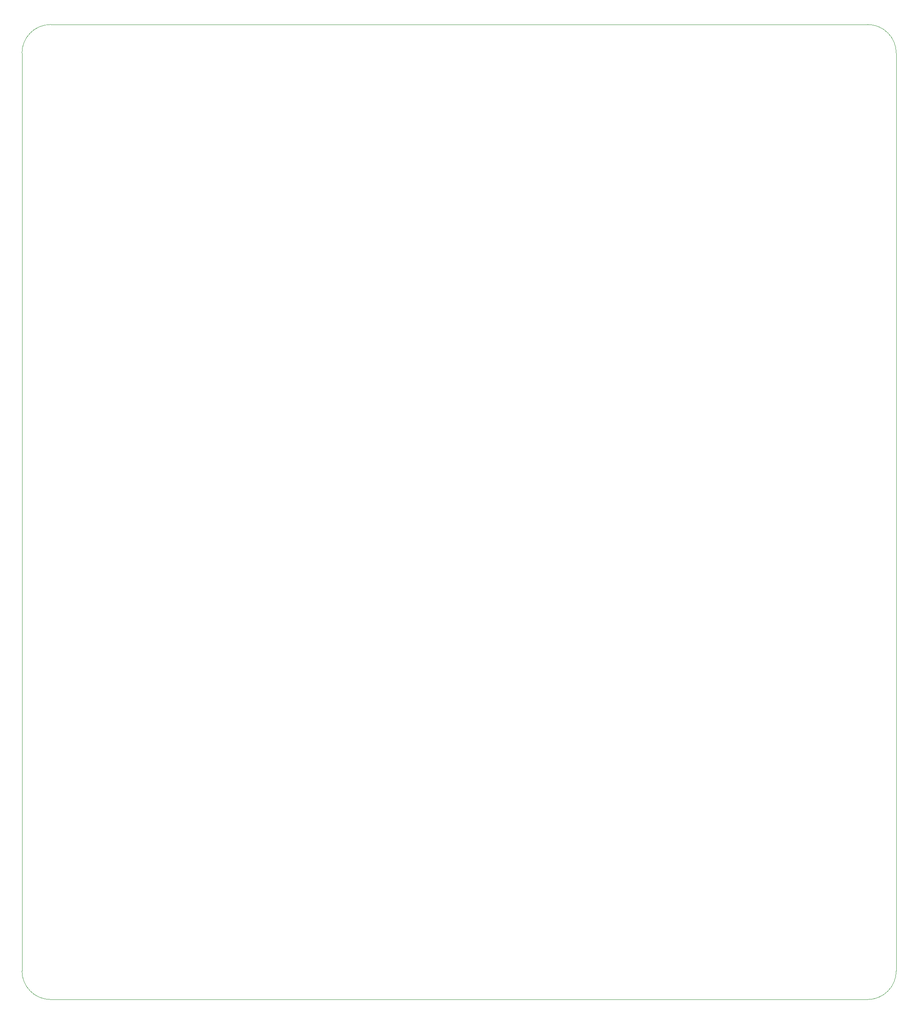
<source format=gbr>
%TF.GenerationSoftware,KiCad,Pcbnew,9.0.2*%
%TF.CreationDate,2025-06-04T00:15:57+07:00*%
%TF.ProjectId,VCU,5643552e-6b69-4636-9164-5f7063625858,rev?*%
%TF.SameCoordinates,Original*%
%TF.FileFunction,Profile,NP*%
%FSLAX46Y46*%
G04 Gerber Fmt 4.6, Leading zero omitted, Abs format (unit mm)*
G04 Created by KiCad (PCBNEW 9.0.2) date 2025-06-04 00:15:57*
%MOMM*%
%LPD*%
G01*
G04 APERTURE LIST*
%TA.AperFunction,Profile*%
%ADD10C,0.050000*%
%TD*%
G04 APERTURE END LIST*
D10*
X348000000Y-303000000D02*
G75*
G02*
X342000000Y-309000000I-6000000J0D01*
G01*
X342000000Y-104000000D02*
G75*
G02*
X348000000Y-110000000I0J-6000000D01*
G01*
X170000000Y-104000000D02*
X342000000Y-104000000D01*
X164000000Y-303000000D02*
X164000000Y-110000000D01*
X164000000Y-110000000D02*
G75*
G02*
X170000000Y-104000000I6000000J0D01*
G01*
X348000000Y-110000000D02*
X348000000Y-303000000D01*
X342000000Y-309000000D02*
X170000000Y-309000000D01*
X170000000Y-309000000D02*
G75*
G02*
X164000000Y-303000000I0J6000000D01*
G01*
M02*

</source>
